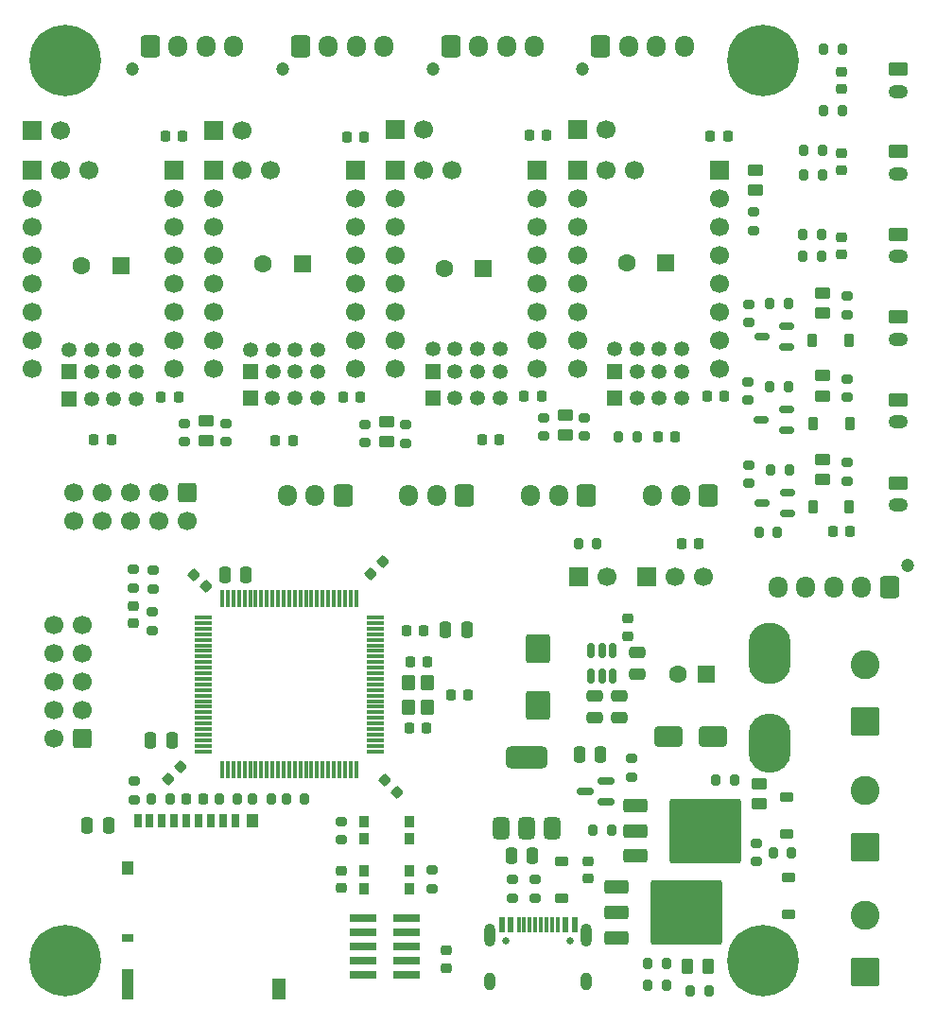
<source format=gbr>
%TF.GenerationSoftware,KiCad,Pcbnew,9.0.3-9.0.3-0~ubuntu24.04.1*%
%TF.CreationDate,2025-07-31T20:10:48-07:00*%
%TF.ProjectId,board,626f6172-642e-46b6-9963-61645f706362,rev?*%
%TF.SameCoordinates,Original*%
%TF.FileFunction,Soldermask,Top*%
%TF.FilePolarity,Negative*%
%FSLAX46Y46*%
G04 Gerber Fmt 4.6, Leading zero omitted, Abs format (unit mm)*
G04 Created by KiCad (PCBNEW 9.0.3-9.0.3-0~ubuntu24.04.1) date 2025-07-31 20:10:48*
%MOMM*%
%LPD*%
G01*
G04 APERTURE LIST*
G04 Aperture macros list*
%AMRoundRect*
0 Rectangle with rounded corners*
0 $1 Rounding radius*
0 $2 $3 $4 $5 $6 $7 $8 $9 X,Y pos of 4 corners*
0 Add a 4 corners polygon primitive as box body*
4,1,4,$2,$3,$4,$5,$6,$7,$8,$9,$2,$3,0*
0 Add four circle primitives for the rounded corners*
1,1,$1+$1,$2,$3*
1,1,$1+$1,$4,$5*
1,1,$1+$1,$6,$7*
1,1,$1+$1,$8,$9*
0 Add four rect primitives between the rounded corners*
20,1,$1+$1,$2,$3,$4,$5,0*
20,1,$1+$1,$4,$5,$6,$7,0*
20,1,$1+$1,$6,$7,$8,$9,0*
20,1,$1+$1,$8,$9,$2,$3,0*%
G04 Aperture macros list end*
%ADD10RoundRect,0.250000X-0.475000X0.250000X-0.475000X-0.250000X0.475000X-0.250000X0.475000X0.250000X0*%
%ADD11RoundRect,0.200000X-0.275000X0.200000X-0.275000X-0.200000X0.275000X-0.200000X0.275000X0.200000X0*%
%ADD12RoundRect,0.250000X-0.850000X-0.350000X0.850000X-0.350000X0.850000X0.350000X-0.850000X0.350000X0*%
%ADD13RoundRect,0.249997X-2.950003X-2.650003X2.950003X-2.650003X2.950003X2.650003X-2.950003X2.650003X0*%
%ADD14RoundRect,0.225000X-0.225000X-0.250000X0.225000X-0.250000X0.225000X0.250000X-0.225000X0.250000X0*%
%ADD15RoundRect,0.225000X0.225000X0.250000X-0.225000X0.250000X-0.225000X-0.250000X0.225000X-0.250000X0*%
%ADD16RoundRect,0.200000X0.275000X-0.200000X0.275000X0.200000X-0.275000X0.200000X-0.275000X-0.200000X0*%
%ADD17R,2.400000X0.740000*%
%ADD18R,1.350000X1.350000*%
%ADD19C,1.350000*%
%ADD20RoundRect,0.250000X0.250000X0.475000X-0.250000X0.475000X-0.250000X-0.475000X0.250000X-0.475000X0*%
%ADD21C,1.200000*%
%ADD22RoundRect,0.250000X-0.600000X-0.725000X0.600000X-0.725000X0.600000X0.725000X-0.600000X0.725000X0*%
%ADD23O,1.700000X1.950000*%
%ADD24C,3.600000*%
%ADD25C,6.400000*%
%ADD26R,0.900000X1.000000*%
%ADD27RoundRect,0.200000X-0.200000X-0.275000X0.200000X-0.275000X0.200000X0.275000X-0.200000X0.275000X0*%
%ADD28RoundRect,0.249999X-0.850001X1.025001X-0.850001X-1.025001X0.850001X-1.025001X0.850001X1.025001X0*%
%ADD29R,1.700000X1.700000*%
%ADD30C,1.700000*%
%ADD31RoundRect,0.250000X0.450000X-0.262500X0.450000X0.262500X-0.450000X0.262500X-0.450000X-0.262500X0*%
%ADD32RoundRect,0.225000X0.250000X-0.225000X0.250000X0.225000X-0.250000X0.225000X-0.250000X-0.225000X0*%
%ADD33RoundRect,0.200000X0.200000X0.275000X-0.200000X0.275000X-0.200000X-0.275000X0.200000X-0.275000X0*%
%ADD34RoundRect,0.375000X0.375000X-0.625000X0.375000X0.625000X-0.375000X0.625000X-0.375000X-0.625000X0*%
%ADD35RoundRect,0.500000X1.400000X-0.500000X1.400000X0.500000X-1.400000X0.500000X-1.400000X-0.500000X0*%
%ADD36RoundRect,0.225000X-0.375000X0.225000X-0.375000X-0.225000X0.375000X-0.225000X0.375000X0.225000X0*%
%ADD37RoundRect,0.250000X-0.625000X0.350000X-0.625000X-0.350000X0.625000X-0.350000X0.625000X0.350000X0*%
%ADD38O,1.750000X1.200000*%
%ADD39RoundRect,0.075000X0.725000X0.075000X-0.725000X0.075000X-0.725000X-0.075000X0.725000X-0.075000X0*%
%ADD40RoundRect,0.075000X0.075000X0.725000X-0.075000X0.725000X-0.075000X-0.725000X0.075000X-0.725000X0*%
%ADD41RoundRect,0.150000X0.512500X0.150000X-0.512500X0.150000X-0.512500X-0.150000X0.512500X-0.150000X0*%
%ADD42RoundRect,0.225000X0.335876X0.017678X0.017678X0.335876X-0.335876X-0.017678X-0.017678X-0.335876X0*%
%ADD43RoundRect,0.250000X-0.250000X-0.475000X0.250000X-0.475000X0.250000X0.475000X-0.250000X0.475000X0*%
%ADD44RoundRect,0.150000X0.150000X-0.512500X0.150000X0.512500X-0.150000X0.512500X-0.150000X-0.512500X0*%
%ADD45RoundRect,0.250000X1.050000X-1.050000X1.050000X1.050000X-1.050000X1.050000X-1.050000X-1.050000X0*%
%ADD46C,2.600000*%
%ADD47RoundRect,0.225000X-0.250000X0.225000X-0.250000X-0.225000X0.250000X-0.225000X0.250000X0.225000X0*%
%ADD48RoundRect,0.250000X1.000000X0.650000X-1.000000X0.650000X-1.000000X-0.650000X1.000000X-0.650000X0*%
%ADD49RoundRect,0.250000X0.550000X0.550000X-0.550000X0.550000X-0.550000X-0.550000X0.550000X-0.550000X0*%
%ADD50C,1.600000*%
%ADD51RoundRect,0.225000X0.375000X-0.225000X0.375000X0.225000X-0.375000X0.225000X-0.375000X-0.225000X0*%
%ADD52RoundRect,0.250000X-0.262500X-0.450000X0.262500X-0.450000X0.262500X0.450000X-0.262500X0.450000X0*%
%ADD53RoundRect,0.250000X0.600000X0.725000X-0.600000X0.725000X-0.600000X-0.725000X0.600000X-0.725000X0*%
%ADD54O,3.800000X5.500000*%
%ADD55O,3.800000X5.300000*%
%ADD56RoundRect,0.225000X-0.017678X0.335876X-0.335876X0.017678X0.017678X-0.335876X0.335876X-0.017678X0*%
%ADD57R,0.700000X1.200000*%
%ADD58R,1.000000X0.800000*%
%ADD59R,1.000000X1.200000*%
%ADD60R,1.000000X2.800000*%
%ADD61R,1.300000X1.900000*%
%ADD62RoundRect,0.225000X0.017678X-0.335876X0.335876X-0.017678X-0.017678X0.335876X-0.335876X0.017678X0*%
%ADD63C,0.650000*%
%ADD64R,0.600000X1.450000*%
%ADD65R,0.300000X1.450000*%
%ADD66O,1.000000X2.100000*%
%ADD67O,1.000000X1.600000*%
%ADD68RoundRect,0.250000X0.475000X-0.250000X0.475000X0.250000X-0.475000X0.250000X-0.475000X-0.250000X0*%
%ADD69RoundRect,0.225000X-0.225000X-0.375000X0.225000X-0.375000X0.225000X0.375000X-0.225000X0.375000X0*%
%ADD70RoundRect,0.250000X0.600000X0.600000X-0.600000X0.600000X-0.600000X-0.600000X0.600000X-0.600000X0*%
%ADD71RoundRect,0.250000X0.350000X-0.450000X0.350000X0.450000X-0.350000X0.450000X-0.350000X-0.450000X0*%
%ADD72RoundRect,0.150000X0.587500X0.150000X-0.587500X0.150000X-0.587500X-0.150000X0.587500X-0.150000X0*%
%ADD73RoundRect,0.225000X-0.335876X-0.017678X-0.017678X-0.335876X0.335876X0.017678X0.017678X0.335876X0*%
%ADD74RoundRect,0.250000X-0.600000X0.600000X-0.600000X-0.600000X0.600000X-0.600000X0.600000X0.600000X0*%
G04 APERTURE END LIST*
D10*
%TO.C,C51*%
X205850000Y-85000000D03*
X205850000Y-86900000D03*
%TD*%
D11*
%TO.C,R33*%
X219700000Y-64312500D03*
X219700000Y-65962500D03*
%TD*%
D12*
%TO.C,Q7*%
X207800000Y-102092500D03*
X207800000Y-104372500D03*
D13*
X214100000Y-104372500D03*
D12*
X207800000Y-106652500D03*
%TD*%
D14*
%TO.C,C45*%
X189275000Y-87900000D03*
X190825000Y-87900000D03*
%TD*%
D15*
%TO.C,C15*%
X170825000Y-94200000D03*
X169275000Y-94200000D03*
%TD*%
D16*
%TO.C,R10*%
X209150000Y-92225000D03*
X209150000Y-90575000D03*
%TD*%
D17*
%TO.C,J2*%
X188975001Y-109914999D03*
X185075001Y-109914999D03*
X188975001Y-108644999D03*
X185075001Y-108644999D03*
X188975001Y-107374999D03*
X185075001Y-107374999D03*
X188975001Y-106104999D03*
X185075001Y-106104999D03*
X188975001Y-104834999D03*
X185075001Y-104834999D03*
%TD*%
D18*
%TO.C,J19*%
X175027651Y-58321250D03*
D19*
X177027651Y-58321250D03*
X179027651Y-58321250D03*
X181027651Y-58321250D03*
%TD*%
D16*
%TO.C,R26*%
X220050000Y-43308750D03*
X220050000Y-41658750D03*
%TD*%
D18*
%TO.C,J12*%
X175052651Y-55966250D03*
D19*
X175052651Y-53966250D03*
X177052651Y-55966250D03*
X177052651Y-53966250D03*
X179052651Y-55966250D03*
X179052651Y-53966250D03*
X181052651Y-55966250D03*
X181052651Y-53966250D03*
%TD*%
D20*
%TO.C,C19*%
X200300000Y-99250000D03*
X198400000Y-99250000D03*
%TD*%
D21*
%TO.C,J4*%
X164450000Y-28850000D03*
D22*
X166050000Y-26850000D03*
D23*
X168550000Y-26850000D03*
X171050000Y-26850000D03*
X173550000Y-26850000D03*
%TD*%
D14*
%TO.C,C27*%
X167425000Y-34878750D03*
X168975000Y-34878750D03*
%TD*%
%TO.C,C7*%
X192975000Y-84925000D03*
X194525000Y-84925000D03*
%TD*%
D24*
%TO.C,H3*%
X158450000Y-28050000D03*
D25*
X158450000Y-28050000D03*
%TD*%
D26*
%TO.C,SW2*%
X189275000Y-102225000D03*
X185175000Y-102225000D03*
X189275000Y-100625000D03*
X185175000Y-100625000D03*
%TD*%
D27*
%TO.C,R49*%
X216725000Y-92500000D03*
X218375000Y-92500000D03*
%TD*%
D11*
%TO.C,R2*%
X191275000Y-100600000D03*
X191275000Y-102250000D03*
%TD*%
D28*
%TO.C,L3*%
X200750000Y-80775000D03*
X200750000Y-85825000D03*
%TD*%
D24*
%TO.C,H4*%
X158450000Y-108700000D03*
D25*
X158450000Y-108700000D03*
%TD*%
D29*
%TO.C,J11*%
X155450000Y-34328750D03*
D30*
X157990000Y-34328750D03*
%TD*%
D31*
%TO.C,D10*%
X226250000Y-58112500D03*
X226250000Y-56287500D03*
%TD*%
D16*
%TO.C,R25*%
X201250000Y-61725000D03*
X201250000Y-60075000D03*
%TD*%
D32*
%TO.C,C43*%
X164500000Y-78450000D03*
X164500000Y-76900000D03*
%TD*%
D27*
%TO.C,R40*%
X221550000Y-49825000D03*
X223200000Y-49825000D03*
%TD*%
D14*
%TO.C,C40*%
X216225000Y-34818750D03*
X217775000Y-34818750D03*
%TD*%
D33*
%TO.C,R51*%
X223475000Y-99050000D03*
X221825000Y-99050000D03*
%TD*%
D34*
%TO.C,U2*%
X197450000Y-96800000D03*
X199750000Y-96800000D03*
D35*
X199750000Y-90500000D03*
D34*
X202050000Y-96800000D03*
%TD*%
D31*
%TO.C,D7*%
X226300000Y-65612500D03*
X226300000Y-63787500D03*
%TD*%
D30*
%TO.C,U5*%
X184452651Y-55726250D03*
X184452651Y-53186250D03*
X184452651Y-50646250D03*
X184452651Y-48106250D03*
X184452651Y-45566250D03*
X184452651Y-43026250D03*
X184452651Y-40486250D03*
D29*
X184452651Y-37946250D03*
D30*
X171752651Y-55726250D03*
X171752651Y-53186250D03*
X171752651Y-50646250D03*
X171752651Y-48106250D03*
X171752651Y-45566250D03*
X171752651Y-43026250D03*
X171752651Y-40486250D03*
D29*
X171752651Y-37946250D03*
D30*
X174292651Y-37946250D03*
X176832651Y-37946250D03*
%TD*%
D16*
%TO.C,R34*%
X228500000Y-65725000D03*
X228500000Y-64075000D03*
%TD*%
D36*
%TO.C,D1*%
X202900000Y-99760000D03*
X202900000Y-103060000D03*
%TD*%
D31*
%TO.C,R20*%
X187252651Y-62218750D03*
X187252651Y-60393750D03*
%TD*%
D37*
%TO.C,J13*%
X233000000Y-36250000D03*
D38*
X233000000Y-38250000D03*
%TD*%
D39*
%TO.C,U1*%
X186175000Y-89950000D03*
X186175000Y-89450000D03*
X186175000Y-88950000D03*
X186175000Y-88450000D03*
X186175000Y-87950000D03*
X186175000Y-87450000D03*
X186175000Y-86950000D03*
X186175000Y-86450000D03*
X186175000Y-85950000D03*
X186175000Y-85450000D03*
X186175000Y-84950000D03*
X186175000Y-84450000D03*
X186175000Y-83950000D03*
X186175000Y-83450000D03*
X186175000Y-82950000D03*
X186175000Y-82450000D03*
X186175000Y-81950000D03*
X186175000Y-81450000D03*
X186175000Y-80950000D03*
X186175000Y-80450000D03*
X186175000Y-79950000D03*
X186175000Y-79450000D03*
X186175000Y-78950000D03*
X186175000Y-78450000D03*
X186175000Y-77950000D03*
D40*
X184500000Y-76275000D03*
X184000000Y-76275000D03*
X183500000Y-76275000D03*
X183000000Y-76275000D03*
X182500000Y-76275000D03*
X182000000Y-76275000D03*
X181500000Y-76275000D03*
X181000000Y-76275000D03*
X180500000Y-76275000D03*
X180000000Y-76275000D03*
X179500000Y-76275000D03*
X179000000Y-76275000D03*
X178500000Y-76275000D03*
X178000000Y-76275000D03*
X177500000Y-76275000D03*
X177000000Y-76275000D03*
X176500000Y-76275000D03*
X176000000Y-76275000D03*
X175500000Y-76275000D03*
X175000000Y-76275000D03*
X174500000Y-76275000D03*
X174000000Y-76275000D03*
X173500000Y-76275000D03*
X173000000Y-76275000D03*
X172500000Y-76275000D03*
D39*
X170825000Y-77950000D03*
X170825000Y-78450000D03*
X170825000Y-78950000D03*
X170825000Y-79450000D03*
X170825000Y-79950000D03*
X170825000Y-80450000D03*
X170825000Y-80950000D03*
X170825000Y-81450000D03*
X170825000Y-81950000D03*
X170825000Y-82450000D03*
X170825000Y-82950000D03*
X170825000Y-83450000D03*
X170825000Y-83950000D03*
X170825000Y-84450000D03*
X170825000Y-84950000D03*
X170825000Y-85450000D03*
X170825000Y-85950000D03*
X170825000Y-86450000D03*
X170825000Y-86950000D03*
X170825000Y-87450000D03*
X170825000Y-87950000D03*
X170825000Y-88450000D03*
X170825000Y-88950000D03*
X170825000Y-89450000D03*
X170825000Y-89950000D03*
D40*
X172500000Y-91625000D03*
X173000000Y-91625000D03*
X173500000Y-91625000D03*
X174000000Y-91625000D03*
X174500000Y-91625000D03*
X175000000Y-91625000D03*
X175500000Y-91625000D03*
X176000000Y-91625000D03*
X176500000Y-91625000D03*
X177000000Y-91625000D03*
X177500000Y-91625000D03*
X178000000Y-91625000D03*
X178500000Y-91625000D03*
X179000000Y-91625000D03*
X179500000Y-91625000D03*
X180000000Y-91625000D03*
X180500000Y-91625000D03*
X181000000Y-91625000D03*
X181500000Y-91625000D03*
X182000000Y-91625000D03*
X182500000Y-91625000D03*
X183000000Y-91625000D03*
X183500000Y-91625000D03*
X184000000Y-91625000D03*
X184500000Y-91625000D03*
%TD*%
D11*
%TO.C,R7*%
X164650000Y-92625000D03*
X164650000Y-94275000D03*
%TD*%
D31*
%TO.C,R27*%
X220250000Y-39721250D03*
X220250000Y-37896250D03*
%TD*%
D16*
%TO.C,R18*%
X169100000Y-62233750D03*
X169100000Y-60583750D03*
%TD*%
D31*
%TO.C,R22*%
X171100000Y-62125000D03*
X171100000Y-60300000D03*
%TD*%
D21*
%TO.C,J28*%
X204775000Y-28850000D03*
D22*
X206375000Y-26850000D03*
D23*
X208875000Y-26850000D03*
X211375000Y-26850000D03*
X213875000Y-26850000D03*
%TD*%
D26*
%TO.C,SW1*%
X185175000Y-96200000D03*
X189275000Y-96200000D03*
X185175000Y-97800000D03*
X189275000Y-97800000D03*
%TD*%
D33*
%TO.C,R3*%
X173875000Y-94200000D03*
X172225000Y-94200000D03*
%TD*%
D24*
%TO.C,H2*%
X220900000Y-108700000D03*
D25*
X220900000Y-108700000D03*
%TD*%
D33*
%TO.C,R47*%
X222200000Y-70325000D03*
X220550000Y-70325000D03*
%TD*%
D29*
%TO.C,J30*%
X204325000Y-34268750D03*
D30*
X206865000Y-34268750D03*
%TD*%
D41*
%TO.C,Q3*%
X223050000Y-61187500D03*
X223050000Y-59287500D03*
X220775000Y-60237500D03*
%TD*%
D42*
%TO.C,C6*%
X171098008Y-75198008D03*
X170001992Y-74101992D03*
%TD*%
D31*
%TO.C,R24*%
X203250000Y-61618750D03*
X203250000Y-59793750D03*
%TD*%
D14*
%TO.C,C32*%
X183677651Y-34906250D03*
X185227651Y-34906250D03*
%TD*%
D43*
%TO.C,C18*%
X204500000Y-90200000D03*
X206400000Y-90200000D03*
%TD*%
D44*
%TO.C,U8*%
X205550000Y-83225000D03*
X206500000Y-83225000D03*
X207450000Y-83225000D03*
X207450000Y-80950000D03*
X206500000Y-80950000D03*
X205550000Y-80950000D03*
%TD*%
D45*
%TO.C,J36*%
X230100000Y-109685000D03*
D46*
X230100000Y-104605000D03*
%TD*%
D47*
%TO.C,C46*%
X227950000Y-36375000D03*
X227950000Y-37925000D03*
%TD*%
D16*
%TO.C,R21*%
X185250000Y-62325000D03*
X185250000Y-60675000D03*
%TD*%
D33*
%TO.C,R4*%
X176875000Y-94200000D03*
X175225000Y-94200000D03*
%TD*%
D48*
%TO.C,D2*%
X216477500Y-88655000D03*
X212477500Y-88655000D03*
%TD*%
D20*
%TO.C,C16*%
X162300000Y-96550000D03*
X160400000Y-96550000D03*
%TD*%
D16*
%TO.C,R16*%
X172800000Y-62225000D03*
X172800000Y-60575000D03*
%TD*%
D49*
%TO.C,C39*%
X212202651Y-46175000D03*
D50*
X208702651Y-46175000D03*
%TD*%
D11*
%TO.C,R1*%
X183175000Y-96225000D03*
X183175000Y-97875000D03*
%TD*%
D14*
%TO.C,C28*%
X227175000Y-70225000D03*
X228725000Y-70225000D03*
%TD*%
D11*
%TO.C,R39*%
X219650000Y-49925000D03*
X219650000Y-51575000D03*
%TD*%
D37*
%TO.C,J14*%
X233000000Y-28850000D03*
D38*
X233000000Y-30850000D03*
%TD*%
D51*
%TO.C,D13*%
X223025000Y-97350000D03*
X223025000Y-94050000D03*
%TD*%
D33*
%TO.C,R45*%
X228025000Y-32600000D03*
X226375000Y-32600000D03*
%TD*%
D30*
%TO.C,U7*%
X217025000Y-55655000D03*
X217025000Y-53115000D03*
X217025000Y-50575000D03*
X217025000Y-48035000D03*
X217025000Y-45495000D03*
X217025000Y-42955000D03*
X217025000Y-40415000D03*
D29*
X217025000Y-37875000D03*
D30*
X204325000Y-55655000D03*
X204325000Y-53115000D03*
X204325000Y-50575000D03*
X204325000Y-48035000D03*
X204325000Y-45495000D03*
X204325000Y-42955000D03*
X204325000Y-40415000D03*
D29*
X204325000Y-37875000D03*
D30*
X206865000Y-37875000D03*
X209405000Y-37875000D03*
%TD*%
D52*
%TO.C,D16*%
X214162500Y-109175000D03*
X215987500Y-109175000D03*
%TD*%
D18*
%TO.C,J27*%
X207650000Y-55908750D03*
D19*
X207650000Y-53908750D03*
X209650000Y-55908750D03*
X209650000Y-53908750D03*
X211650000Y-55908750D03*
X211650000Y-53908750D03*
X213650000Y-55908750D03*
X213650000Y-53908750D03*
%TD*%
D18*
%TO.C,J22*%
X191350000Y-55906250D03*
D19*
X191350000Y-53906250D03*
X193350000Y-55906250D03*
X193350000Y-53906250D03*
X195350000Y-55906250D03*
X195350000Y-53906250D03*
X197350000Y-55906250D03*
X197350000Y-53906250D03*
%TD*%
D29*
%TO.C,J20*%
X171727651Y-34356250D03*
D30*
X174267651Y-34356250D03*
%TD*%
D53*
%TO.C,J26*%
X205125000Y-67025000D03*
D23*
X202625000Y-67025000D03*
X200125000Y-67025000D03*
%TD*%
D16*
%TO.C,R30*%
X164500000Y-75325000D03*
X164500000Y-73675000D03*
%TD*%
D21*
%TO.C,J17*%
X233850000Y-73275000D03*
D53*
X232250000Y-75275000D03*
D23*
X229750000Y-75275000D03*
X227250000Y-75275000D03*
X224750000Y-75275000D03*
X222250000Y-75275000D03*
%TD*%
D33*
%TO.C,R28*%
X209650000Y-61808750D03*
X208000000Y-61808750D03*
%TD*%
D16*
%TO.C,R29*%
X166310000Y-75375000D03*
X166310000Y-73725000D03*
%TD*%
%TO.C,R35*%
X228450000Y-58250000D03*
X228450000Y-56600000D03*
%TD*%
D15*
%TO.C,C49*%
X215205000Y-71350000D03*
X213655000Y-71350000D03*
%TD*%
D10*
%TO.C,C50*%
X208050000Y-85000000D03*
X208050000Y-86900000D03*
%TD*%
D27*
%TO.C,R6*%
X166175000Y-94200000D03*
X167825000Y-94200000D03*
%TD*%
D30*
%TO.C,U4*%
X168200000Y-55718750D03*
X168200000Y-53178750D03*
X168200000Y-50638750D03*
X168200000Y-48098750D03*
X168200000Y-45558750D03*
X168200000Y-43018750D03*
X168200000Y-40478750D03*
D29*
X168200000Y-37938750D03*
D30*
X155500000Y-55718750D03*
X155500000Y-53178750D03*
X155500000Y-50638750D03*
X155500000Y-48098750D03*
X155500000Y-45558750D03*
X155500000Y-43018750D03*
X155500000Y-40478750D03*
D29*
X155500000Y-37938750D03*
D30*
X158040000Y-37938750D03*
X160580000Y-37938750D03*
%TD*%
D29*
%TO.C,J16*%
X204425000Y-74350000D03*
D30*
X206965000Y-74350000D03*
%TD*%
D53*
%TO.C,J7*%
X183300000Y-67025000D03*
D23*
X180800000Y-67025000D03*
X178300000Y-67025000D03*
%TD*%
D16*
%TO.C,R48*%
X200500000Y-103085000D03*
X200500000Y-101435000D03*
%TD*%
D11*
%TO.C,R36*%
X219612500Y-56862500D03*
X219612500Y-58512500D03*
%TD*%
D16*
%TO.C,R8*%
X198500000Y-103085000D03*
X198500000Y-101435000D03*
%TD*%
D54*
%TO.C,F1*%
X221525000Y-81175000D03*
D55*
X221525000Y-89175000D03*
%TD*%
D56*
%TO.C,C8*%
X168798008Y-91301992D03*
X167701992Y-92398008D03*
%TD*%
D57*
%TO.C,J1*%
X173645000Y-96125000D03*
X172545000Y-96125000D03*
X171445000Y-96125000D03*
X170345000Y-96125000D03*
X169245000Y-96125000D03*
X168145000Y-96125000D03*
X167045000Y-96125000D03*
X165945000Y-96125000D03*
X164995000Y-96125000D03*
D58*
X164045000Y-106625000D03*
D59*
X164045000Y-100425000D03*
D60*
X164045000Y-110775000D03*
D59*
X175195000Y-96125000D03*
D61*
X177545000Y-111225000D03*
%TD*%
D15*
%TO.C,C29*%
X168575000Y-58228750D03*
X167025000Y-58228750D03*
%TD*%
D27*
%TO.C,R44*%
X226375000Y-27100000D03*
X228025000Y-27100000D03*
%TD*%
%TO.C,R42*%
X224600000Y-36150000D03*
X226250000Y-36150000D03*
%TD*%
D16*
%TO.C,R38*%
X228450000Y-50825000D03*
X228450000Y-49175000D03*
%TD*%
D62*
%TO.C,C3*%
X185801992Y-74048008D03*
X186898008Y-72951992D03*
%TD*%
D37*
%TO.C,J33*%
X233000000Y-58450000D03*
D38*
X233000000Y-60450000D03*
%TD*%
D27*
%TO.C,R37*%
X221537500Y-57287500D03*
X223187500Y-57287500D03*
%TD*%
D18*
%TO.C,J29*%
X207650000Y-58302500D03*
D19*
X209650000Y-58302500D03*
X211650000Y-58302500D03*
X213650000Y-58302500D03*
%TD*%
D11*
%TO.C,R31*%
X166250000Y-77475000D03*
X166250000Y-79125000D03*
%TD*%
D29*
%TO.C,J15*%
X210550000Y-74350000D03*
D30*
X213090000Y-74350000D03*
X215630000Y-74350000D03*
%TD*%
D41*
%TO.C,Q4*%
X223087500Y-53737500D03*
X223087500Y-51837500D03*
X220812500Y-52787500D03*
%TD*%
D33*
%TO.C,R46*%
X206065000Y-71350000D03*
X204415000Y-71350000D03*
%TD*%
D14*
%TO.C,C36*%
X199975000Y-34806250D03*
X201525000Y-34806250D03*
%TD*%
D63*
%TO.C,J3*%
X197910000Y-106910000D03*
X203690000Y-106910000D03*
D64*
X197550000Y-105465000D03*
X198350000Y-105465000D03*
D65*
X199550000Y-105465000D03*
X200550000Y-105465000D03*
X201050000Y-105465000D03*
X202050000Y-105465000D03*
D64*
X203250000Y-105465000D03*
X204050000Y-105465000D03*
X204050000Y-105465000D03*
X203250000Y-105465000D03*
D65*
X202550000Y-105465000D03*
X201550000Y-105465000D03*
X200050000Y-105465000D03*
X199050000Y-105465000D03*
D64*
X198350000Y-105465000D03*
X197550000Y-105465000D03*
D66*
X196480000Y-106380000D03*
D67*
X196480000Y-110560000D03*
D66*
X205120000Y-106380000D03*
D67*
X205120000Y-110560000D03*
%TD*%
D51*
%TO.C,D15*%
X223175000Y-104550000D03*
X223175000Y-101250000D03*
%TD*%
D32*
%TO.C,C10*%
X183175000Y-102200000D03*
X183175000Y-100650000D03*
%TD*%
D47*
%TO.C,C52*%
X208800000Y-78075000D03*
X208800000Y-79625000D03*
%TD*%
D15*
%TO.C,C37*%
X201100000Y-58168750D03*
X199550000Y-58168750D03*
%TD*%
D45*
%TO.C,J37*%
X230100000Y-87300000D03*
D46*
X230100000Y-82220000D03*
%TD*%
D33*
%TO.C,R5*%
X179900000Y-94200000D03*
X178250000Y-94200000D03*
%TD*%
D15*
%TO.C,C33*%
X184852651Y-58243750D03*
X183302651Y-58243750D03*
%TD*%
D18*
%TO.C,J24*%
X191350000Y-58296250D03*
D19*
X193350000Y-58296250D03*
X195350000Y-58296250D03*
X197350000Y-58296250D03*
%TD*%
D12*
%TO.C,Q5*%
X209475000Y-94770000D03*
X209475000Y-97050000D03*
D13*
X215775000Y-97050000D03*
D12*
X209475000Y-99330000D03*
%TD*%
D27*
%TO.C,R32*%
X221625000Y-64737500D03*
X223275000Y-64737500D03*
%TD*%
%TO.C,R52*%
X214450000Y-111375000D03*
X216100000Y-111375000D03*
%TD*%
D37*
%TO.C,J6*%
X233000000Y-43650000D03*
D38*
X233000000Y-45650000D03*
%TD*%
D18*
%TO.C,J8*%
X158800000Y-55978750D03*
D19*
X158800000Y-53978750D03*
X160800000Y-55978750D03*
X160800000Y-53978750D03*
X162800000Y-55978750D03*
X162800000Y-53978750D03*
X164800000Y-55978750D03*
X164800000Y-53978750D03*
%TD*%
D53*
%TO.C,J31*%
X216025000Y-67025000D03*
D23*
X213525000Y-67025000D03*
X211025000Y-67025000D03*
%TD*%
D68*
%TO.C,C12*%
X209700000Y-83025000D03*
X209700000Y-81125000D03*
%TD*%
D69*
%TO.C,D9*%
X225400000Y-60587500D03*
X228700000Y-60587500D03*
%TD*%
D31*
%TO.C,D12*%
X226250000Y-50712500D03*
X226250000Y-48887500D03*
%TD*%
D14*
%TO.C,C30*%
X161025000Y-62006250D03*
X162575000Y-62006250D03*
%TD*%
D33*
%TO.C,R43*%
X226250000Y-38300000D03*
X224600000Y-38300000D03*
%TD*%
D49*
%TO.C,C31*%
X179677651Y-46306250D03*
D50*
X176177651Y-46306250D03*
%TD*%
D45*
%TO.C,J35*%
X230100000Y-98485000D03*
D46*
X230100000Y-93405000D03*
%TD*%
D47*
%TO.C,C25*%
X227950000Y-43875000D03*
X227950000Y-45425000D03*
%TD*%
D30*
%TO.C,U6*%
X200735000Y-55657500D03*
X200735000Y-53117500D03*
X200735000Y-50577500D03*
X200735000Y-48037500D03*
X200735000Y-45497500D03*
X200735000Y-42957500D03*
X200735000Y-40417500D03*
D29*
X200735000Y-37877500D03*
D30*
X188035000Y-55657500D03*
X188035000Y-53117500D03*
X188035000Y-50577500D03*
X188035000Y-48037500D03*
X188035000Y-45497500D03*
X188035000Y-42957500D03*
X188035000Y-40417500D03*
D29*
X188035000Y-37877500D03*
D30*
X190575000Y-37877500D03*
X193115000Y-37877500D03*
%TD*%
D37*
%TO.C,J34*%
X233000000Y-51050000D03*
D38*
X233000000Y-53050000D03*
%TD*%
D69*
%TO.C,D8*%
X225375000Y-68037500D03*
X228675000Y-68037500D03*
%TD*%
D33*
%TO.C,R41*%
X226150000Y-43700000D03*
X224500000Y-43700000D03*
%TD*%
D70*
%TO.C,J9*%
X159927500Y-88805000D03*
D30*
X157387500Y-88805000D03*
X159927500Y-86265000D03*
X157387500Y-86265000D03*
X159927500Y-83725000D03*
X157387500Y-83725000D03*
X159927500Y-81185000D03*
X157387500Y-81185000D03*
X159927500Y-78645000D03*
X157387500Y-78645000D03*
%TD*%
D49*
%TO.C,C17*%
X215809879Y-83005000D03*
D50*
X213309879Y-83005000D03*
%TD*%
D14*
%TO.C,C38*%
X195775000Y-62050000D03*
X197325000Y-62050000D03*
%TD*%
D11*
%TO.C,R50*%
X220325000Y-98175000D03*
X220325000Y-99825000D03*
%TD*%
D43*
%TO.C,C2*%
X166100000Y-88925000D03*
X168000000Y-88925000D03*
%TD*%
D33*
%TO.C,R9*%
X207350000Y-97000000D03*
X205700000Y-97000000D03*
%TD*%
D16*
%TO.C,R17*%
X188952651Y-62331250D03*
X188952651Y-60681250D03*
%TD*%
D18*
%TO.C,J5*%
X158800000Y-58356250D03*
D19*
X160800000Y-58356250D03*
X162800000Y-58356250D03*
X164800000Y-58356250D03*
%TD*%
D27*
%TO.C,R53*%
X210625000Y-110850000D03*
X212275000Y-110850000D03*
%TD*%
%TO.C,R54*%
X210625000Y-108950000D03*
X212275000Y-108950000D03*
%TD*%
D43*
%TO.C,C1*%
X172750001Y-74100000D03*
X174649999Y-74100000D03*
%TD*%
%TO.C,C4*%
X192500000Y-79075000D03*
X194400000Y-79075000D03*
%TD*%
D21*
%TO.C,J18*%
X177900000Y-28850000D03*
D22*
X179500000Y-26850000D03*
D23*
X182000000Y-26850000D03*
X184500000Y-26850000D03*
X187000000Y-26850000D03*
%TD*%
D14*
%TO.C,C42*%
X211500000Y-61808750D03*
X213050000Y-61808750D03*
%TD*%
%TO.C,C34*%
X177277651Y-62106250D03*
X178827651Y-62106250D03*
%TD*%
D47*
%TO.C,C14*%
X192575001Y-107789999D03*
X192575001Y-109339999D03*
%TD*%
D24*
%TO.C,H1*%
X220900000Y-28050000D03*
D25*
X220900000Y-28050000D03*
%TD*%
D71*
%TO.C,Y2*%
X190850000Y-85975000D03*
X190850000Y-83775000D03*
X189150000Y-83775000D03*
X189150000Y-85975000D03*
%TD*%
D37*
%TO.C,J32*%
X233000000Y-65900000D03*
D38*
X233000000Y-67900000D03*
%TD*%
D16*
%TO.C,R23*%
X204950000Y-61731250D03*
X204950000Y-60081250D03*
%TD*%
D29*
%TO.C,J25*%
X188025000Y-34306250D03*
D30*
X190565000Y-34306250D03*
%TD*%
D49*
%TO.C,C35*%
X195902651Y-46706250D03*
D50*
X192402651Y-46706250D03*
%TD*%
D21*
%TO.C,J23*%
X191350000Y-28850000D03*
D22*
X192950000Y-26850000D03*
D23*
X195450000Y-26850000D03*
X197950000Y-26850000D03*
X200450000Y-26850000D03*
%TD*%
D72*
%TO.C,Q1*%
X206900000Y-94500000D03*
X206900000Y-92600000D03*
X205025000Y-93550000D03*
%TD*%
D73*
%TO.C,C9*%
X187101992Y-92501992D03*
X188198008Y-93598008D03*
%TD*%
D31*
%TO.C,D14*%
X220550000Y-94662500D03*
X220550000Y-92837500D03*
%TD*%
D69*
%TO.C,D11*%
X225350000Y-53137500D03*
X228650000Y-53137500D03*
%TD*%
D15*
%TO.C,C41*%
X217450000Y-58181250D03*
X215900000Y-58181250D03*
%TD*%
D47*
%TO.C,C47*%
X227950000Y-29075000D03*
X227950000Y-30625000D03*
%TD*%
D49*
%TO.C,C26*%
X163402651Y-46428750D03*
D50*
X159902651Y-46428750D03*
%TD*%
D27*
%TO.C,R19*%
X224500000Y-45650000D03*
X226150000Y-45650000D03*
%TD*%
D74*
%TO.C,J10*%
X169405000Y-66800000D03*
D30*
X169405000Y-69340000D03*
X166865000Y-66800000D03*
X166865000Y-69340000D03*
X164325000Y-66800000D03*
X164325000Y-69340000D03*
X161785000Y-66800000D03*
X161785000Y-69340000D03*
X159245000Y-66800000D03*
X159245000Y-69340000D03*
%TD*%
D41*
%TO.C,Q2*%
X223137500Y-68650000D03*
X223137500Y-66750000D03*
X220862500Y-67700000D03*
%TD*%
D47*
%TO.C,C44*%
X205300000Y-99785000D03*
X205300000Y-101335000D03*
%TD*%
D53*
%TO.C,J21*%
X194200000Y-67025000D03*
D23*
X191700000Y-67025000D03*
X189200000Y-67025000D03*
%TD*%
D15*
%TO.C,C11*%
X190875000Y-81950000D03*
X189325000Y-81950000D03*
%TD*%
D14*
%TO.C,C5*%
X188975000Y-79125000D03*
X190525000Y-79125000D03*
%TD*%
M02*

</source>
